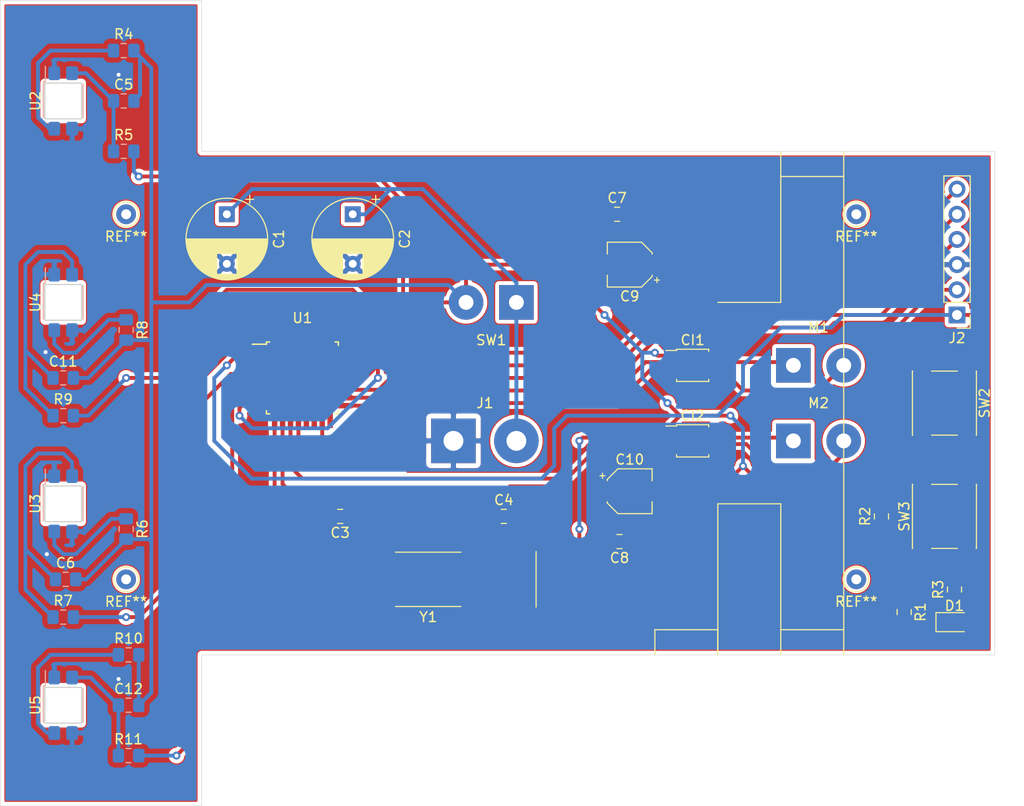
<source format=kicad_pcb>
(kicad_pcb (version 20171130) (host pcbnew "(5.1.2)-2")
  (layers (0 F.Cu signal) (31 B.Cu signal) (34 B.Paste user) (35 F.Paste user) (36 B.SilkS user) (37 F.SilkS user) (38 B.Mask user) (39 F.Mask user) (44 Edge.Cuts user))
  (net 0 "")
  (net 1 GND)
  (net 2 "Net-(C1-Pad1)")
  (net 3 "Net-(C3-Pad1)")
  (net 4 "Net-(C4-Pad2)")
  (net 5 +5V)
  (net 6 "Net-(C5-Pad2)")
  (net 7 "Net-(C6-Pad2)")
  (net 8 "Net-(C11-Pad2)")
  (net 9 "Net-(C12-Pad2)")
  (net 10 "Net-(CI1-Pad7)")
  (net 11 "Net-(CI1-Pad6)")
  (net 12 "Net-(CI1-Pad5)")
  (net 13 M1IN2)
  (net 14 M1IN1)
  (net 15 M2IN1)
  (net 16 M2IN2)
  (net 17 "Net-(CI2-Pad5)")
  (net 18 "Net-(CI2-Pad6)")
  (net 19 "Net-(CI2-Pad7)")
  (net 20 "Net-(D1-Pad1)")
  (net 21 RESET)
  (net 22 MOSI)
  (net 23 MISO)
  (net 24 SCK)
  (net 25 StartBtn)
  (net 26 "Net-(R4-Pad2)")
  (net 27 S1)
  (net 28 "Net-(R6-Pad2)")
  (net 29 S2)
  (net 30 "Net-(R8-Pad2)")
  (net 31 S3)
  (net 32 "Net-(R10-Pad2)")
  (net 33 S4)
  (net 34 "Net-(U1-Pad2)")
  (net 35 "Net-(U1-Pad3)")
  (net 36 "Net-(U1-Pad6)")
  (net 37 "Net-(U1-Pad13)")
  (net 38 "Net-(U1-Pad14)")
  (net 39 "Net-(U1-Pad16)")
  (net 40 "Net-(U1-Pad27)")
  (net 41 "Net-(U1-Pad28)")
  (module Connector_Pin:Pin_D1.0mm_L10.0mm (layer F.Cu) (at 129.54 113.03)
    (fp_text reference REF** (at 0 2.25) (layer F.SilkS))
    (fp_text value Pin_D1.0mm_L10.0mm)
    (pad 1 thru_hole circle (at 0 0) (size 2 2) (drill 1) (layers *.Cu *.Mask))
  )
  (module Connector_Pin:Pin_D1.0mm_L10.0mm (layer F.Cu) (at 129.54 76.2)
    (fp_text reference REF** (at 0 2.25) (layer F.SilkS))
    (fp_text value Pin_D1.0mm_L10.0mm)
    (pad 1 thru_hole circle (at 0 0) (size 2 2) (drill 1) (layers *.Cu *.Mask))
  )
  (module Connector_Pin:Pin_D1.0mm_L10.0mm (layer F.Cu) (at 55.88 76.2)
    (fp_text reference REF** (at 0 2.25) (layer F.SilkS))
    (fp_text value Pin_D1.0mm_L10.0mm)
    (pad 1 thru_hole circle (at 0 0) (size 2 2) (drill 1) (layers *.Cu *.Mask))
  )
  (module Connector_Pin:Pin_D1.0mm_L10.0mm (layer F.Cu) (at 55.88 113.03)
    (fp_text reference REF** (at 0 2.25) (layer F.SilkS))
    (fp_text value Pin_D1.0mm_L10.0mm)
    (pad 1 thru_hole circle (at 0 0) (size 2 2) (drill 1) (layers *.Cu *.Mask))
  )
  (module OptoDevice:Everlight_ITR8307 (layer B.Cu) (at 49.53 85.09)
    (fp_text reference U4 (at -2.8 0 90) (layer F.SilkS))
    (fp_text value ITR8307)
    (fp_line (start -1.85 -1.8) (end -1.85 1.8) (layer Edge.Cuts) (width 0.12))
    (fp_line (start -1.85 1.8) (end 1.85 1.8) (layer Edge.Cuts) (width 0.12))
    (fp_line (start 1.85 1.8) (end 1.85 -1.8) (layer Edge.Cuts) (width 0.12))
    (fp_line (start 1.85 -1.8) (end -1.85 -1.8) (layer Edge.Cuts) (width 0.12))
    (pad 4 smd roundrect (at 0.9 2.8) (size 1.2 1.4) (layers B.Cu B.Paste B.Mask) (roundrect_rratio 0.2) (net 1 GND))
    (pad 2 smd roundrect (at -0.9 2.8) (size 1.2 1.4) (layers B.Cu B.Paste B.Mask) (roundrect_rratio 0.2) (net 30 "Net-(R8-Pad2)"))
    (pad 1 smd roundrect (at -0.9 -2.8) (size 1.2 1.4) (layers B.Cu B.Paste B.Mask) (roundrect_rratio 0.2) (net 1 GND))
    (pad 3 smd roundrect (at 0.9 -2.8) (size 1.2 1.4) (layers B.Cu B.Paste B.Mask) (roundrect_rratio 0.2) (net 8 "Net-(C11-Pad2)"))
  )
  (module Capacitor_THT:CP_Radial_D8.0mm_P5.00mm (layer F.Cu) (at 66.04 76.2 270)
    (fp_text reference C1 (at 2.5 -5.25 90) (layer F.SilkS))
    (fp_text value CP)
    (pad 2 thru_hole circle (at 5 0 270) (size 1.6 1.6) (drill 0.8) (layers *.Cu *.Mask) (net 1 GND))
    (pad 1 thru_hole rect (at 0 0 270) (size 1.6 1.6) (drill 0.8) (layers *.Cu *.Mask) (net 2 "Net-(C1-Pad1)"))
  )
  (module Capacitor_THT:CP_Radial_D8.0mm_P5.00mm (layer F.Cu) (at 78.74 76.2 270)
    (fp_text reference C2 (at 2.5 -5.25 90) (layer F.SilkS))
    (fp_text value CP)
    (pad 1 thru_hole rect (at 0 0 270) (size 1.6 1.6) (drill 0.8) (layers *.Cu *.Mask) (net 2 "Net-(C1-Pad1)"))
    (pad 2 thru_hole circle (at 5 0 270) (size 1.6 1.6) (drill 0.8) (layers *.Cu *.Mask) (net 1 GND))
  )
  (module Capacitor_SMD:C_0805_2012Metric_Pad1.15x1.40mm_HandSolder (layer F.Cu) (at 77.47 106.68 180)
    (fp_text reference C3 (at 0 -1.65) (layer F.SilkS))
    (fp_text value C)
    (pad 2 smd roundrect (at 1.025 0 180) (size 1.15 1.4) (layers F.Cu F.Paste F.Mask) (roundrect_rratio 0.217) (net 1 GND))
    (pad 1 smd roundrect (at -1.025 0 180) (size 1.15 1.4) (layers F.Cu F.Paste F.Mask) (roundrect_rratio 0.217391) (net 3 "Net-(C3-Pad1)"))
  )
  (module Capacitor_SMD:C_0805_2012Metric_Pad1.15x1.40mm_HandSolder (layer F.Cu) (at 93.98 106.68)
    (fp_text reference C4 (at 0 -1.65) (layer F.SilkS))
    (fp_text value C)
    (pad 2 smd roundrect (at 1.025 0) (size 1.15 1.4) (layers F.Cu F.Paste F.Mask) (roundrect_rratio 0.217391) (net 4 "Net-(C4-Pad2)"))
    (pad 1 smd roundrect (at -1.025 0) (size 1.15 1.4) (layers F.Cu F.Paste F.Mask) (roundrect_rratio 0.217391) (net 1 GND))
  )
  (module Capacitor_SMD:C_0805_2012Metric_Pad1.15x1.40mm_HandSolder (layer B.Cu) (at 55.635 64.77 180)
    (fp_text reference C5 (at 0 1.65) (layer F.SilkS))
    (fp_text value C)
    (pad 1 smd roundrect (at -1.025 0 180) (size 1.15 1.4) (layers B.Cu B.Paste B.Mask) (roundrect_rratio 0.217391) (net 5 +5V))
    (pad 2 smd roundrect (at 1.025 0 180) (size 1.15 1.4) (layers B.Cu B.Paste B.Mask) (roundrect_rratio 0.217391) (net 6 "Net-(C5-Pad2)"))
  )
  (module Capacitor_SMD:C_0805_2012Metric_Pad1.15x1.40mm_HandSolder (layer B.Cu) (at 49.775 113.03 180)
    (fp_text reference C6 (at 0 1.65) (layer F.SilkS))
    (fp_text value C)
    (pad 1 smd roundrect (at -1.025 0 180) (size 1.15 1.4) (layers B.Cu B.Paste B.Mask) (roundrect_rratio 0.217391) (net 5 +5V))
    (pad 2 smd roundrect (at 1.025 0 180) (size 1.15 1.4) (layers B.Cu B.Paste B.Mask) (roundrect_rratio 0.217391) (net 7 "Net-(C6-Pad2)"))
  )
  (module Capacitor_SMD:C_0805_2012Metric_Pad1.15x1.40mm_HandSolder (layer F.Cu) (at 105.41 76.2)
    (fp_text reference C7 (at 0 -1.65) (layer F.SilkS))
    (fp_text value C)
    (pad 2 smd roundrect (at 1.025 0) (size 1.15 1.4) (layers F.Cu F.Paste F.Mask) (roundrect_rratio 0.217391) (net 5 +5V))
    (pad 1 smd roundrect (at -1.025 0) (size 1.15 1.4) (layers F.Cu F.Paste F.Mask) (roundrect_rratio 0.217391) (net 1 GND))
  )
  (module Capacitor_SMD:C_0805_2012Metric_Pad1.15x1.40mm_HandSolder (layer F.Cu) (at 105.655 109.22 180)
    (fp_text reference C8 (at 0 -1.65) (layer F.SilkS))
    (fp_text value C)
    (pad 1 smd roundrect (at -1.025 0 180) (size 1.15 1.4) (layers F.Cu F.Paste F.Mask) (roundrect_rratio 0.217391) (net 1 GND))
    (pad 2 smd roundrect (at 1.025 0 180) (size 1.15 1.4) (layers F.Cu F.Paste F.Mask) (roundrect_rratio 0.217391) (net 5 +5V))
  )
  (module Capacitor_SMD:CP_Elec_4x5.3 (layer F.Cu) (at 106.68 81.28 180)
    (fp_text reference C9 (at 0 -3.2) (layer F.SilkS))
    (fp_text value CP)
    (pad 1 smd roundrect (at -1.8 0 180) (size 2.6 1.6) (layers F.Cu F.Paste F.Mask) (roundrect_rratio 0.15625) (net 5 +5V))
    (pad 2 smd roundrect (at 1.8 0 180) (size 2.6 1.6) (layers F.Cu F.Paste F.Mask) (roundrect_rratio 0.15625) (net 1 GND))
  )
  (module Capacitor_SMD:CP_Elec_4x5.3 (layer F.Cu) (at 106.68 104.14)
    (fp_text reference C10 (at 0 -3.2) (layer F.SilkS))
    (fp_text value CP)
    (pad 2 smd roundrect (at 1.8 0) (size 2.6 1.6) (layers F.Cu F.Paste F.Mask) (roundrect_rratio 0.15625) (net 1 GND))
    (pad 1 smd roundrect (at -1.8 0) (size 2.6 1.6) (layers F.Cu F.Paste F.Mask) (roundrect_rratio 0.15625) (net 5 +5V))
  )
  (module Capacitor_SMD:C_0805_2012Metric_Pad1.15x1.40mm_HandSolder (layer B.Cu) (at 49.53 92.71 180)
    (fp_text reference C11 (at 0 1.65) (layer F.SilkS))
    (fp_text value C)
    (pad 2 smd roundrect (at 1.025 0 180) (size 1.15 1.4) (layers B.Cu B.Paste B.Mask) (roundrect_rratio 0.217391) (net 8 "Net-(C11-Pad2)"))
    (pad 1 smd roundrect (at -1.025 0 180) (size 1.15 1.4) (layers B.Cu B.Paste B.Mask) (roundrect_rratio 0.217391) (net 5 +5V))
  )
  (module Capacitor_SMD:C_0805_2012Metric_Pad1.15x1.40mm_HandSolder (layer B.Cu) (at 56.125 125.73 180)
    (fp_text reference C12 (at 0 1.65) (layer F.SilkS))
    (fp_text value C)
    (pad 1 smd roundrect (at -1.025 0 180) (size 1.15 1.4) (layers B.Cu B.Paste B.Mask) (roundrect_rratio 0.217391) (net 5 +5V))
    (pad 2 smd roundrect (at 1.025 0 180) (size 1.15 1.4) (layers B.Cu B.Paste B.Mask) (roundrect_rratio 0.217391) (net 9 "Net-(C12-Pad2)"))
  )
  (module Package_SO:OnSemi_Micro8 (layer F.Cu) (at 113.03 91.44)
    (fp_text reference CI1 (at 0 -2.55) (layer F.SilkS))
    (fp_text value LB1938FA-BH)
    (pad 8 smd rect (at 2.225 -0.975) (size 0.8 0.48) (layers F.Cu F.Paste F.Mask) (net 1 GND))
    (pad 7 smd rect (at 2.225 -0.325) (size 0.8 0.48) (layers F.Cu F.Paste F.Mask) (net 10 "Net-(CI1-Pad7)"))
    (pad 6 smd rect (at 2.225 0.325) (size 0.8 0.48) (layers F.Cu F.Paste F.Mask) (net 11 "Net-(CI1-Pad6)"))
    (pad 5 smd rect (at 2.225 0.975) (size 0.8 0.48) (layers F.Cu F.Paste F.Mask) (net 12 "Net-(CI1-Pad5)"))
    (pad 4 smd rect (at -2.225 0.975) (size 0.8 0.48) (layers F.Cu F.Paste F.Mask) (net 1 GND))
    (pad 3 smd rect (at -2.225 0.325) (size 0.8 0.48) (layers F.Cu F.Paste F.Mask) (net 13 M1IN2))
    (pad 2 smd rect (at -2.225 -0.325) (size 0.8 0.48) (layers F.Cu F.Paste F.Mask) (net 14 M1IN1))
    (pad 1 smd rect (at -2.225 -0.975) (size 0.8 0.48) (layers F.Cu F.Paste F.Mask) (net 5 +5V))
  )
  (module Package_SO:OnSemi_Micro8 (layer F.Cu) (at 113.03 99.06)
    (fp_text reference CI2 (at 0 -2.55) (layer F.SilkS))
    (fp_text value LB1938FA-BH)
    (pad 8 smd rect (at 2.225 -0.975) (size 0.8 0.48) (layers F.Cu F.Paste F.Mask) (net 1 GND))
    (pad 7 smd rect (at 2.225 -0.325) (size 0.8 0.48) (layers F.Cu F.Paste F.Mask) (net 19 "Net-(CI2-Pad7)"))
    (pad 6 smd rect (at 2.225 0.325) (size 0.8 0.48) (layers F.Cu F.Paste F.Mask) (net 18 "Net-(CI2-Pad6)"))
    (pad 5 smd rect (at 2.225 0.975) (size 0.8 0.48) (layers F.Cu F.Paste F.Mask) (net 17 "Net-(CI2-Pad5)"))
    (pad 4 smd rect (at -2.225 0.975) (size 0.8 0.48) (layers F.Cu F.Paste F.Mask) (net 1 GND))
    (pad 3 smd rect (at -2.225 0.325) (size 0.8 0.48) (layers F.Cu F.Paste F.Mask) (net 16 M2IN2))
    (pad 2 smd rect (at -2.225 -0.325) (size 0.8 0.48) (layers F.Cu F.Paste F.Mask) (net 15 M2IN1))
    (pad 1 smd rect (at -2.225 -0.975) (size 0.8 0.48) (layers F.Cu F.Paste F.Mask) (net 5 +5V))
  )
  (module LED_SMD:LED_0805_2012Metric_Pad1.15x1.40mm_HandSolder (layer F.Cu) (at 139.437 117.348)
    (fp_text reference D1 (at 0 -1.65) (layer F.SilkS))
    (fp_text value LED)
    (pad 2 smd roundrect (at 1.025 0) (size 1.15 1.4) (layers F.Cu F.Paste F.Mask) (roundrect_rratio 0.217391) (net 5 +5V))
    (pad 1 smd roundrect (at -1.025 0) (size 1.15 1.4) (layers F.Cu F.Paste F.Mask) (roundrect_rratio 0.217391) (net 20 "Net-(D1-Pad1)"))
  )
  (module Connector_Wire:SolderWirePad_1x02_P7.62mm_Drill2mm (layer F.Cu) (at 88.9 99.06)
    (fp_text reference J1 (at 3.175 -3.81) (layer F.SilkS))
    (fp_text value Conn_01x02)
    (pad 1 thru_hole rect (at 0 0) (size 4.50088 4.50088) (drill 1.99898) (layers *.Cu *.Mask) (net 1 GND))
    (pad 2 thru_hole circle (at 6.35 0) (size 4.50088 4.50088) (drill 1.99898) (layers *.Cu *.Mask) (net 2 "Net-(C1-Pad1)"))
  )
  (module Connector_PinHeader_2.54mm:PinHeader_1x06_P2.54mm_Vertical (layer F.Cu) (at 139.7 86.36 180)
    (fp_text reference J2 (at 0 -2.33) (layer F.SilkS))
    (fp_text value Conn_01x06_Male)
    (pad 1 thru_hole rect (at 0 0 180) (size 1.7 1.7) (drill 1) (layers *.Cu *.Mask) (net 21 RESET))
    (pad 2 thru_hole oval (at 0 2.54 180) (size 1.7 1.7) (drill 1) (layers *.Cu *.Mask) (net 5 +5V))
    (pad 3 thru_hole oval (at 0 5.08 180) (size 1.7 1.7) (drill 1) (layers *.Cu *.Mask) (net 1 GND))
    (pad 4 thru_hole oval (at 0 7.62 180) (size 1.7 1.7) (drill 1) (layers *.Cu *.Mask) (net 22 MOSI))
    (pad 5 thru_hole oval (at 0 10.16 180) (size 1.7 1.7) (drill 1) (layers *.Cu *.Mask) (net 23 MISO))
    (pad 6 thru_hole oval (at 0 12.7 180) (size 1.7 1.7) (drill 1) (layers *.Cu *.Mask) (net 24 SCK))
  )
  (module Connector_Wire:SolderWirePad_1x02_P5.08mm_Drill1.5mm (layer F.Cu) (at 123.19 91.44)
    (fp_text reference M1 (at 2.54 -3.81) (layer F.SilkS))
    (fp_text value Motor_DC)
    (pad 1 thru_hole rect (at 0 0) (size 3.50012 3.50012) (drill 1.50114) (layers *.Cu *.Mask) (net 10 "Net-(CI1-Pad7)"))
    (pad 2 thru_hole circle (at 5.08 0) (size 3.50012 3.50012) (drill 1.50114) (layers *.Cu *.Mask) (net 11 "Net-(CI1-Pad6)"))
  )
  (module Connector_Wire:SolderWirePad_1x02_P5.08mm_Drill1.5mm (layer F.Cu) (at 123.19 99.06)
    (fp_text reference M2 (at 2.54 -3.81) (layer F.SilkS))
    (fp_text value Motor_DC)
    (pad 2 thru_hole circle (at 5.08 0) (size 3.50012 3.50012) (drill 1.50114) (layers *.Cu *.Mask) (net 18 "Net-(CI2-Pad6)"))
    (pad 1 thru_hole rect (at 0 0) (size 3.50012 3.50012) (drill 1.50114) (layers *.Cu *.Mask) (net 19 "Net-(CI2-Pad7)"))
  )
  (module Resistor_SMD:R_0805_2012Metric_Pad1.15x1.40mm_HandSolder (layer F.Cu) (at 134.366 116.332 270)
    (fp_text reference R1 (at 0 -1.65 90) (layer F.SilkS))
    (fp_text value 1K)
    (pad 2 smd roundrect (at 1.025 0 270) (size 1.15 1.4) (layers F.Cu F.Paste F.Mask) (roundrect_rratio 0.217391) (net 20 "Net-(D1-Pad1)"))
    (pad 1 smd roundrect (at -1.025 0 270) (size 1.15 1.4) (layers F.Cu F.Paste F.Mask) (roundrect_rratio 0.217391) (net 1 GND))
  )
  (module Resistor_SMD:R_0805_2012Metric_Pad1.15x1.40mm_HandSolder (layer F.Cu) (at 132.08 106.68 90)
    (fp_text reference R2 (at 0 -1.65 90) (layer F.SilkS))
    (fp_text value 10K)
    (pad 1 smd roundrect (at -1.025 0 90) (size 1.15 1.4) (layers F.Cu F.Paste F.Mask) (roundrect_rratio 0.217391) (net 5 +5V))
    (pad 2 smd roundrect (at 1.025 0 90) (size 1.15 1.4) (layers F.Cu F.Paste F.Mask) (roundrect_rratio 0.217391) (net 21 RESET))
  )
  (module Resistor_SMD:R_0805_2012Metric_Pad1.15x1.40mm_HandSolder (layer F.Cu) (at 139.446 114.055 90)
    (fp_text reference R3 (at 0 -1.65 90) (layer F.SilkS))
    (fp_text value 10K)
    (pad 1 smd roundrect (at -1.025 0 90) (size 1.15 1.4) (layers F.Cu F.Paste F.Mask) (roundrect_rratio 0.217391) (net 5 +5V))
    (pad 2 smd roundrect (at 1.025 0 90) (size 1.15 1.4) (layers F.Cu F.Paste F.Mask) (roundrect_rratio 0.217391) (net 25 StartBtn))
  )
  (module Resistor_SMD:R_0805_2012Metric_Pad1.15x1.40mm_HandSolder (layer B.Cu) (at 55.635 59.69 180)
    (fp_text reference R4 (at 0 1.65) (layer F.SilkS))
    (fp_text value 220)
    (pad 2 smd roundrect (at 1.025 0 180) (size 1.15 1.4) (layers B.Cu B.Paste B.Mask) (roundrect_rratio 0.217391) (net 26 "Net-(R4-Pad2)"))
    (pad 1 smd roundrect (at -1.025 0 180) (size 1.15 1.4) (layers B.Cu B.Paste B.Mask) (roundrect_rratio 0.217391) (net 5 +5V))
  )
  (module Resistor_SMD:R_0805_2012Metric_Pad1.15x1.40mm_HandSolder (layer B.Cu) (at 55.635 69.85 180)
    (fp_text reference R5 (at 0 1.65 180) (layer F.SilkS))
    (fp_text value 220)
    (pad 1 smd roundrect (at -1.025 0 180) (size 1.15 1.4) (layers B.Cu B.Paste B.Mask) (roundrect_rratio 0.217391) (net 27 S1))
    (pad 2 smd roundrect (at 1.025 0 180) (size 1.15 1.4) (layers B.Cu B.Paste B.Mask) (roundrect_rratio 0.217391) (net 6 "Net-(C5-Pad2)"))
  )
  (module Resistor_SMD:R_0805_2012Metric_Pad1.15x1.40mm_HandSolder (layer B.Cu) (at 55.88 107.95 90)
    (fp_text reference R6 (at 0 1.65 90) (layer F.SilkS))
    (fp_text value 220)
    (pad 2 smd roundrect (at 1.025 0 90) (size 1.15 1.4) (layers B.Cu B.Paste B.Mask) (roundrect_rratio 0.217391) (net 28 "Net-(R6-Pad2)"))
    (pad 1 smd roundrect (at -1.025 0 90) (size 1.15 1.4) (layers B.Cu B.Paste B.Mask) (roundrect_rratio 0.217) (net 5 +5V))
  )
  (module Resistor_SMD:R_0805_2012Metric_Pad1.15x1.40mm_HandSolder (layer B.Cu) (at 49.53 116.84 180)
    (fp_text reference R7 (at 0 1.65) (layer F.SilkS))
    (fp_text value 220)
    (pad 1 smd roundrect (at -1.025 0 180) (size 1.15 1.4) (layers B.Cu B.Paste B.Mask) (roundrect_rratio 0.217391) (net 29 S2))
    (pad 2 smd roundrect (at 1.025 0 180) (size 1.15 1.4) (layers B.Cu B.Paste B.Mask) (roundrect_rratio 0.217391) (net 7 "Net-(C6-Pad2)"))
  )
  (module Resistor_SMD:R_0805_2012Metric_Pad1.15x1.40mm_HandSolder (layer B.Cu) (at 55.88 87.875 90)
    (fp_text reference R8 (at 0 1.65 90) (layer F.SilkS))
    (fp_text value 220)
    (pad 2 smd roundrect (at 1.025 0 90) (size 1.15 1.4) (layers B.Cu B.Paste B.Mask) (roundrect_rratio 0.217391) (net 30 "Net-(R8-Pad2)"))
    (pad 1 smd roundrect (at -1.025 0 90) (size 1.15 1.4) (layers B.Cu B.Paste B.Mask) (roundrect_rratio 0.217391) (net 5 +5V))
  )
  (module Resistor_SMD:R_0805_2012Metric_Pad1.15x1.40mm_HandSolder (layer B.Cu) (at 49.53 96.52 180)
    (fp_text reference R9 (at 0 1.65) (layer F.SilkS))
    (fp_text value 220)
    (pad 1 smd roundrect (at -1.025 0 180) (size 1.15 1.4) (layers B.Cu B.Paste B.Mask) (roundrect_rratio 0.217391) (net 31 S3))
    (pad 2 smd roundrect (at 1.025 0 180) (size 1.15 1.4) (layers B.Cu B.Paste B.Mask) (roundrect_rratio 0.217391) (net 8 "Net-(C11-Pad2)"))
  )
  (module Resistor_SMD:R_0805_2012Metric_Pad1.15x1.40mm_HandSolder (layer B.Cu) (at 56.125 120.65 180)
    (fp_text reference R10 (at 0 1.65) (layer F.SilkS))
    (fp_text value 220)
    (pad 2 smd roundrect (at 1.025 0 180) (size 1.15 1.4) (layers B.Cu B.Paste B.Mask) (roundrect_rratio 0.217391) (net 32 "Net-(R10-Pad2)"))
    (pad 1 smd roundrect (at -1.025 0 180) (size 1.15 1.4) (layers B.Cu B.Paste B.Mask) (roundrect_rratio 0.217391) (net 5 +5V))
  )
  (module Resistor_SMD:R_0805_2012Metric_Pad1.15x1.40mm_HandSolder (layer B.Cu) (at 56.125 130.81 180)
    (fp_text reference R11 (at 0 1.65) (layer F.SilkS))
    (fp_text value 220)
    (pad 1 smd roundrect (at -1.025 0 180) (size 1.15 1.4) (layers B.Cu B.Paste B.Mask) (roundrect_rratio 0.217391) (net 33 S4))
    (pad 2 smd roundrect (at 1.025 0 180) (size 1.15 1.4) (layers B.Cu B.Paste B.Mask) (roundrect_rratio 0.217391) (net 9 "Net-(C12-Pad2)"))
  )
  (module Connector_Wire:SolderWirePad_1x02_P5.08mm_Drill1.5mm (layer F.Cu) (at 95.25 85.09 180)
    (fp_text reference SW1 (at 2.54 -3.81) (layer F.SilkS))
    (fp_text value SW_DIP_x01)
    (pad 1 thru_hole rect (at 0 0 180) (size 3.50012 3.50012) (drill 1.50114) (layers *.Cu *.Mask) (net 2 "Net-(C1-Pad1)"))
    (pad 2 thru_hole circle (at 5.08 0 180) (size 3.50012 3.50012) (drill 1.50114) (layers *.Cu *.Mask) (net 5 +5V))
  )
  (module Button_Switch_SMD:SW_Push_1P1T_NO_6x6mm_H9.5mm (layer F.Cu) (at 138.43 95.25 270)
    (fp_text reference SW2 (at 0 -4.05 90) (layer F.SilkS))
    (fp_text value SW_Push)
    (pad 2 smd rect (at -3.975 2.25 270) (size 1.55 1.3) (layers F.Cu F.Paste F.Mask) (net 1 GND))
    (pad 1 smd rect (at -3.975 -2.25 270) (size 1.55 1.3) (layers F.Cu F.Paste F.Mask) (net 21 RESET))
    (pad 1 smd rect (at 3.975 -2.25 270) (size 1.55 1.3) (layers F.Cu F.Paste F.Mask) (net 21 RESET))
    (pad 2 smd rect (at 3.975 2.25 270) (size 1.55 1.3) (layers F.Cu F.Paste F.Mask) (net 1 GND))
  )
  (module Button_Switch_SMD:SW_Push_1P1T_NO_6x6mm_H9.5mm (layer F.Cu) (at 138.43 106.68 90)
    (fp_text reference SW3 (at 0 -4.05 90) (layer F.SilkS))
    (fp_text value SW_Push)
    (pad 2 smd rect (at 3.975 2.25 90) (size 1.55 1.3) (layers F.Cu F.Paste F.Mask) (net 1 GND))
    (pad 1 smd rect (at 3.975 -2.25 90) (size 1.55 1.3) (layers F.Cu F.Paste F.Mask) (net 25 StartBtn))
    (pad 1 smd rect (at -3.975 -2.25 90) (size 1.55 1.3) (layers F.Cu F.Paste F.Mask) (net 25 StartBtn))
    (pad 2 smd rect (at -3.975 2.25 90) (size 1.55 1.3) (layers F.Cu F.Paste F.Mask) (net 1 GND))
  )
  (module Package_QFP:TQFP-32_7x7mm_P0.8mm (layer F.Cu) (at 73.66 92.71)
    (fp_text reference U1 (at 0 -6.05) (layer F.SilkS))
    (fp_text value ATmega328-PU)
    (pad 1 smd rect (at -4.25 -2.8) (size 1.6 0.55) (layers F.Cu F.Paste F.Mask) (net 21 RESET))
    (pad 2 smd rect (at -4.25 -2) (size 1.6 0.55) (layers F.Cu F.Paste F.Mask) (net 34 "Net-(U1-Pad2)"))
    (pad 3 smd rect (at -4.25 -1.2) (size 1.6 0.55) (layers F.Cu F.Paste F.Mask) (net 35 "Net-(U1-Pad3)"))
    (pad 4 smd rect (at -4.25 -0.4) (size 1.6 0.55) (layers F.Cu F.Paste F.Mask) (net 25 StartBtn))
    (pad 5 smd rect (at -4.25 0.4) (size 1.6 0.55) (layers F.Cu F.Paste F.Mask) (net 15 M2IN1))
    (pad 6 smd rect (at -4.25 1.2) (size 1.6 0.55) (layers F.Cu F.Paste F.Mask) (net 36 "Net-(U1-Pad6)"))
    (pad 7 smd rect (at -4.25 2) (size 1.6 0.55) (layers F.Cu F.Paste F.Mask) (net 5 +5V))
    (pad 8 smd rect (at -4.25 2.8) (size 1.6 0.55) (layers F.Cu F.Paste F.Mask) (net 1 GND))
    (pad 9 smd rect (at -2.8 4.25 90) (size 1.6 0.55) (layers F.Cu F.Paste F.Mask) (net 3 "Net-(C3-Pad1)"))
    (pad 10 smd rect (at -2 4.25 90) (size 1.6 0.55) (layers F.Cu F.Paste F.Mask) (net 4 "Net-(C4-Pad2)"))
    (pad 11 smd rect (at -1.2 4.25 90) (size 1.6 0.55) (layers F.Cu F.Paste F.Mask) (net 16 M2IN2))
    (pad 12 smd rect (at -0.4 4.25 90) (size 1.6 0.55) (layers F.Cu F.Paste F.Mask) (net 13 M1IN2))
    (pad 13 smd rect (at 0.4 4.25 90) (size 1.6 0.55) (layers F.Cu F.Paste F.Mask) (net 37 "Net-(U1-Pad13)"))
    (pad 14 smd rect (at 1.2 4.25 90) (size 1.6 0.55) (layers F.Cu F.Paste F.Mask) (net 38 "Net-(U1-Pad14)"))
    (pad 15 smd rect (at 2 4.25 90) (size 1.6 0.55) (layers F.Cu F.Paste F.Mask) (net 14 M1IN1))
    (pad 16 smd rect (at 2.8 4.25 90) (size 1.6 0.55) (layers F.Cu F.Paste F.Mask) (net 39 "Net-(U1-Pad16)"))
    (pad 17 smd rect (at 4.25 2.8) (size 1.6 0.55) (layers F.Cu F.Paste F.Mask) (net 22 MOSI))
    (pad 18 smd rect (at 4.25 2) (size 1.6 0.55) (layers F.Cu F.Paste F.Mask) (net 23 MISO))
    (pad 19 smd rect (at 4.25 1.2) (size 1.6 0.55) (layers F.Cu F.Paste F.Mask) (net 24 SCK))
    (pad 20 smd rect (at 4.25 0.4) (size 1.6 0.55) (layers F.Cu F.Paste F.Mask) (net 5 +5V))
    (pad 21 smd rect (at 4.25 -0.4) (size 1.6 0.55) (layers F.Cu F.Paste F.Mask) (net 5 +5V))
    (pad 22 smd rect (at 4.25 -1.2) (size 1.6 0.55) (layers F.Cu F.Paste F.Mask) (net 1 GND))
    (pad 23 smd rect (at 4.25 -2) (size 1.6 0.55) (layers F.Cu F.Paste F.Mask) (net 27 S1))
    (pad 24 smd rect (at 4.25 -2.8) (size 1.6 0.55) (layers F.Cu F.Paste F.Mask) (net 31 S3))
    (pad 25 smd rect (at 2.8 -4.25 90) (size 1.6 0.55) (layers F.Cu F.Paste F.Mask) (net 29 S2))
    (pad 26 smd rect (at 2 -4.25 90) (size 1.6 0.55) (layers F.Cu F.Paste F.Mask) (net 33 S4))
    (pad 27 smd rect (at 1.2 -4.25 90) (size 1.6 0.55) (layers F.Cu F.Paste F.Mask) (net 40 "Net-(U1-Pad27)"))
    (pad 28 smd rect (at 0.4 -4.25 90) (size 1.6 0.55) (layers F.Cu F.Paste F.Mask) (net 41 "Net-(U1-Pad28)"))
    (pad 29 smd rect (at -0.4 -4.25 90) (size 1.6 0.55) (layers F.Cu F.Paste F.Mask))
    (pad 30 smd rect (at -1.2 -4.25 90) (size 1.6 0.55) (layers F.Cu F.Paste F.Mask))
    (pad 31 smd rect (at -2 -4.25 90) (size 1.6 0.55) (layers F.Cu F.Paste F.Mask))
    (pad 32 smd rect (at -2.8 -4.25 90) (size 1.6 0.55) (layers F.Cu F.Paste F.Mask))
  )
  (module OptoDevice:Everlight_ITR8307 (layer B.Cu) (at 49.53 64.77)
    (fp_text reference U2 (at -2.8 0 90) (layer F.SilkS))
    (fp_text value ITR8307)
    (fp_line (start -1.85 -1.8) (end -1.85 1.8) (layer Edge.Cuts) (width 0.12))
    (fp_line (start -1.85 1.8) (end 1.85 1.8) (layer Edge.Cuts) (width 0.12))
    (fp_line (start 1.85 1.8) (end 1.85 -1.8) (layer Edge.Cuts) (width 0.12))
    (fp_line (start 1.85 -1.8) (end -1.85 -1.8) (layer Edge.Cuts) (width 0.12))
    (pad 4 smd roundrect (at 0.9 2.8) (size 1.2 1.4) (layers B.Cu B.Paste B.Mask) (roundrect_rratio 0.2) (net 1 GND))
    (pad 2 smd roundrect (at -0.9 2.8) (size 1.2 1.4) (layers B.Cu B.Paste B.Mask) (roundrect_rratio 0.2) (net 26 "Net-(R4-Pad2)"))
    (pad 1 smd roundrect (at -0.9 -2.8) (size 1.2 1.4) (layers B.Cu B.Paste B.Mask) (roundrect_rratio 0.2) (net 1 GND))
    (pad 3 smd roundrect (at 0.9 -2.8) (size 1.2 1.4) (layers B.Cu B.Paste B.Mask) (roundrect_rratio 0.2) (net 6 "Net-(C5-Pad2)"))
  )
  (module OptoDevice:Everlight_ITR8307 (layer B.Cu) (at 49.53 105.41)
    (fp_text reference U3 (at -2.8 0 90) (layer F.SilkS))
    (fp_text value ITR8307)
    (fp_line (start -1.85 -1.8) (end -1.85 1.8) (layer Edge.Cuts) (width 0.12))
    (fp_line (start -1.85 1.8) (end 1.85 1.8) (layer Edge.Cuts) (width 0.12))
    (fp_line (start 1.85 1.8) (end 1.85 -1.8) (layer Edge.Cuts) (width 0.12))
    (fp_line (start 1.85 -1.8) (end -1.85 -1.8) (layer Edge.Cuts) (width 0.12))
    (pad 4 smd roundrect (at 0.9 2.8) (size 1.2 1.4) (layers B.Cu B.Paste B.Mask) (roundrect_rratio 0.2) (net 1 GND))
    (pad 2 smd roundrect (at -0.9 2.8) (size 1.2 1.4) (layers B.Cu B.Paste B.Mask) (roundrect_rratio 0.2) (net 28 "Net-(R6-Pad2)"))
    (pad 1 smd roundrect (at -0.9 -2.8) (size 1.2 1.4) (layers B.Cu B.Paste B.Mask) (roundrect_rratio 0.2) (net 1 GND))
    (pad 3 smd roundrect (at 0.9 -2.8) (size 1.2 1.4) (layers B.Cu B.Paste B.Mask) (roundrect_rratio 0.2) (net 7 "Net-(C6-Pad2)"))
  )
  (module OptoDevice:Everlight_ITR8307 (layer B.Cu) (at 49.53 125.73)
    (fp_text reference U5 (at -2.8 0 90) (layer F.SilkS))
    (fp_text value ITR8307)
    (fp_line (start -1.85 -1.8) (end -1.85 1.8) (layer Edge.Cuts) (width 0.12))
    (fp_line (start -1.85 1.8) (end 1.85 1.8) (layer Edge.Cuts) (width 0.12))
    (fp_line (start 1.85 1.8) (end 1.85 -1.8) (layer Edge.Cuts) (width 0.12))
    (fp_line (start 1.85 -1.8) (end -1.85 -1.8) (layer Edge.Cuts) (width 0.12))
    (pad 4 smd roundrect (at 0.9 2.8) (size 1.2 1.4) (layers B.Cu B.Paste B.Mask) (roundrect_rratio 0.2) (net 1 GND))
    (pad 2 smd roundrect (at -0.9 2.8) (size 1.2 1.4) (layers B.Cu B.Paste B.Mask) (roundrect_rratio 0.2) (net 32 "Net-(R10-Pad2)"))
    (pad 1 smd roundrect (at -0.9 -2.8) (size 1.2 1.4) (layers B.Cu B.Paste B.Mask) (roundrect_rratio 0.2) (net 1 GND))
    (pad 3 smd roundrect (at 0.9 -2.8) (size 1.2 1.4) (layers B.Cu B.Paste B.Mask) (roundrect_rratio 0.2) (net 9 "Net-(C12-Pad2)"))
  )
  (module Crystal:Crystal_SMD_SeikoEpson_MA505-2Pin_12.7x5.1mm_HandSoldering (layer F.Cu) (at 86.36 113.03 180)
    (fp_text reference Y1 (at 0 -3.8) (layer F.SilkS))
    (fp_text value Crystal)
    (pad 1 smd rect (at -7.0875 0 180) (size 7.175 5.6) (layers F.Cu F.Paste F.Mask) (net 4 "Net-(C4-Pad2)"))
    (pad 2 smd rect (at 7.0875 0 180) (size 7.175 5.6) (layers F.Cu F.Paste F.Mask) (net 3 "Net-(C3-Pad1)"))
  )
  (gr_line (start 109.22 118.11) (end 109.22 120.65) (layer F.SilkS) (width 0.12))
  (gr_line (start 115.57 118.11) (end 109.22 118.11) (layer F.SilkS) (width 0.12))
  (gr_line (start 115.57 120.65) (end 115.57 118.11) (layer F.SilkS) (width 0.12))
  (gr_line (start 115.57 105.41) (end 115.57 120.65) (layer F.SilkS) (width 0.12))
  (gr_line (start 128.27 120.65) (end 128.27 69.85) (layer F.SilkS) (width 0.12))
  (gr_line (start 43.18 135.89) (end 43.18 54.61) (layer Edge.Cuts) (width 0.05))
  (gr_line (start 63.5 135.89) (end 43.18 135.89) (layer Edge.Cuts) (width 0.05))
  (gr_line (start 63.5 120.65) (end 63.5 135.89) (layer Edge.Cuts) (width 0.05))
  (gr_line (start 143.51 120.65) (end 63.5 120.65) (layer Edge.Cuts) (width 0.05))
  (gr_line (start 143.51 69.85) (end 143.51 120.65) (layer Edge.Cuts) (width 0.05))
  (gr_line (start 63.5 69.85) (end 143.51 69.85) (layer Edge.Cuts) (width 0.05))
  (gr_line (start 63.5 54.61) (end 63.5 69.85) (layer Edge.Cuts) (width 0.05))
  (gr_line (start 43.18 54.61) (end 63.5 54.61) (layer Edge.Cuts) (width 0.05))
  (gr_line (start 121.92 85.09) (end 115.57 85.09) (layer F.SilkS) (width 0.12))
  (gr_line (start 121.92 105.41) (end 115.57 105.41) (layer F.SilkS) (width 0.12))
  (gr_line (start 121.92 85.09) (end 121.92 69.85) (layer F.SilkS) (width 0.12))
  (gr_line (start 121.92 120.65) (end 121.92 105.41) (layer F.SilkS) (width 0.12))
  (gr_line (start 128.27 118.11) (end 121.92 118.11) (layer F.SilkS) (width 0.12))
  (gr_line (start 128.27 72.39) (end 121.92 72.39) (layer F.SilkS) (width 0.12))
  (via (at 55.118 123.0884) (size 0.8) (drill 0.4) (layers F.Cu B.Cu) (net 1))
  (via (at 55.118 62.1284) (size 0.8) (drill 0.4) (layers F.Cu B.Cu) (net 1))
  (via (at 47.752 90.1065) (size 0.8) (drill 0.4) (layers F.Cu B.Cu) (net 1))
  (via (at 47.879 110.49) (size 0.8) (drill 0.4) (layers F.Cu B.Cu) (net 1))
  (segment (start 95.25 99.06) (end 95.25 85.09) (width 0.39) (layer B.Cu) (net 2))
  (segment (start 95.25 85.09) (end 95.25 83.08994) (width 0.39) (layer B.Cu) (net 2))
  (segment (start 83.28 73.66) (end 68.58 73.66) (width 0.39) (layer B.Cu) (net 2))
  (segment (start 68.58 73.66) (end 66.04 76.2) (width 0.39) (layer B.Cu) (net 2))
  (segment (start 80.01 76.2) (end 78.74 76.2) (width 0.39) (layer B.Cu) (net 2))
  (segment (start 85.82006 73.66) (end 82.55 73.66) (width 0.39) (layer B.Cu) (net 2))
  (segment (start 82.55 73.66) (end 80.01 76.2) (width 0.39) (layer B.Cu) (net 2))
  (segment (start 95.25 83.08994) (end 85.82006 73.66) (width 0.39) (layer B.Cu) (net 2))
  (segment (start 70.86 101.82) (end 70.86 100.77) (width 0.39) (layer F.Cu) (net 3))
  (segment (start 70.86 98.05) (end 70.86 96.96) (width 0.39) (layer F.Cu) (net 3))
  (segment (start 70.86 100.77) (end 70.86 98.05) (width 0.39) (layer F.Cu) (net 3))
  (segment (start 70.86 103.88) (end 70.86 100.77) (width 0.39) (layer F.Cu) (net 3))
  (segment (start 78.495 112.2525) (end 79.2725 113.03) (width 0.39) (layer F.Cu) (net 3))
  (segment (start 78.495 106.68) (end 78.495 112.2525) (width 0.39) (layer F.Cu) (net 3))
  (segment (start 72.39 105.41) (end 70.86 103.88) (width 0.39) (layer F.Cu) (net 3))
  (segment (start 77.225 105.41) (end 72.39 105.41) (width 0.39) (layer F.Cu) (net 3))
  (segment (start 78.495 106.68) (end 77.225 105.41) (width 0.39) (layer F.Cu) (net 3))
  (segment (start 95.005 111.4725) (end 93.4475 113.03) (width 0.39) (layer F.Cu) (net 4))
  (segment (start 95.005 106.68) (end 95.005 111.4725) (width 0.39) (layer F.Cu) (net 4))
  (segment (start 95.005 105.038) (end 95.005 106.68) (width 0.39) (layer F.Cu) (net 4))
  (segment (start 94.107 104.14) (end 95.005 105.038) (width 0.39) (layer F.Cu) (net 4))
  (segment (start 72.39 104.14) (end 94.107 104.14) (width 0.39) (layer F.Cu) (net 4))
  (segment (start 71.66 96.96) (end 71.66 103.41) (width 0.39) (layer F.Cu) (net 4))
  (segment (start 71.66 103.41) (end 72.39 104.14) (width 0.39) (layer F.Cu) (net 4))
  (via (at 67.31 96.52) (size 0.8) (drill 0.4) (layers F.Cu B.Cu) (net 5))
  (via (at 81.28 92.71) (size 0.8) (drill 0.4) (layers F.Cu B.Cu) (net 5))
  (segment (start 77.91 92.31) (end 79.14 92.31) (width 0.39) (layer F.Cu) (net 5))
  (segment (start 86.36 85.09) (end 90.17 85.09) (width 0.39) (layer F.Cu) (net 5))
  (segment (start 77.91 93.11) (end 79.61 93.11) (width 0.39) (layer F.Cu) (net 5))
  (segment (start 79.61 93.11) (end 81.28 91.44) (width 0.39) (layer F.Cu) (net 5))
  (segment (start 81.28 91.44) (end 81.28 90.17) (width 0.39) (layer F.Cu) (net 5))
  (segment (start 79.14 92.31) (end 81.28 90.17) (width 0.39) (layer F.Cu) (net 5))
  (segment (start 81.28 90.17) (end 86.36 85.09) (width 0.39) (layer F.Cu) (net 5))
  (segment (start 68.36 94.71) (end 67.31 95.76) (width 0.39) (layer F.Cu) (net 5))
  (segment (start 69.41 94.71) (end 68.36 94.71) (width 0.39) (layer F.Cu) (net 5))
  (segment (start 67.31 95.76) (end 67.31 95.794999) (width 0.39) (layer F.Cu) (net 5))
  (segment (start 67.31 95.76) (end 67.31 96.52) (width 0.39) (layer F.Cu) (net 5))
  (segment (start 67.31 96.52) (end 68.58 97.79) (width 0.39) (layer B.Cu) (net 5))
  (segment (start 68.58 97.79) (end 72.39 97.79) (width 0.39) (layer B.Cu) (net 5))
  (segment (start 72.39 97.79) (end 76.2 97.79) (width 0.39) (layer B.Cu) (net 5))
  (segment (start 76.2 97.79) (end 80.01 93.98) (width 0.39) (layer B.Cu) (net 5))
  (segment (start 80.01 93.98) (end 81.28 92.71) (width 0.39) (layer B.Cu) (net 5))
  (segment (start 81.28 92.71) (end 81.28 91.44) (width 0.39) (layer F.Cu) (net 5))
  (segment (start 63.5 83.82) (end 63.5 83.82) (width 0.39) (layer B.Cu) (net 5))
  (segment (start 102.87 85.09) (end 107.95 85.09) (width 0.39) (layer F.Cu) (net 5))
  (segment (start 107.95 85.09) (end 110.49 82.55) (width 0.39) (layer F.Cu) (net 5))
  (segment (start 110.49 82.55) (end 110.49 81.28) (width 0.39) (layer F.Cu) (net 5))
  (segment (start 110.49 81.28) (end 108.48 81.28) (width 0.39) (layer F.Cu) (net 5))
  (segment (start 106.435 76.2) (end 109.22 76.2) (width 0.39) (layer F.Cu) (net 5))
  (segment (start 109.22 76.2) (end 110.49 77.47) (width 0.39) (layer F.Cu) (net 5))
  (segment (start 110.49 77.47) (end 110.49 81.28) (width 0.39) (layer F.Cu) (net 5))
  (segment (start 110.805 90.465) (end 109.515 90.465) (width 0.39) (layer F.Cu) (net 5))
  (segment (start 109.515 90.465) (end 109.22 90.17) (width 0.39) (layer F.Cu) (net 5))
  (segment (start 109.22 90.17) (end 109.22 90.17) (width 0.39) (layer F.Cu) (net 5))
  (segment (start 104.63 104.39) (end 104.88 104.14) (width 0.39) (layer F.Cu) (net 5))
  (segment (start 104.63 109.22) (end 104.63 104.39) (width 0.39) (layer F.Cu) (net 5))
  (segment (start 129.549 107.705) (end 132.08 107.705) (width 0.39) (layer F.Cu) (net 5))
  (segment (start 129.286 107.442) (end 129.549 107.705) (width 0.39) (layer F.Cu) (net 5))
  (segment (start 129.286 104.911) (end 129.286 107.442) (width 0.39) (layer F.Cu) (net 5))
  (segment (start 56.66 59.69) (end 58.42 61.45) (width 0.39) (layer B.Cu) (net 5))
  (segment (start 57.15 125.73) (end 58.42 124.46) (width 0.39) (layer B.Cu) (net 5))
  (segment (start 57.15 120.65) (end 57.15 125.73) (width 0.39) (layer B.Cu) (net 5))
  (segment (start 58.42 61.45) (end 58.42 78.74) (width 0.39) (layer B.Cu) (net 5))
  (segment (start 57.283372 60.313372) (end 56.66 59.69) (width 0.39) (layer B.Cu) (net 5))
  (segment (start 57.283372 64.146628) (end 57.283372 60.313372) (width 0.39) (layer B.Cu) (net 5))
  (segment (start 56.66 64.77) (end 57.283372 64.146628) (width 0.39) (layer B.Cu) (net 5))
  (segment (start 62.23 85.09) (end 58.42 85.09) (width 0.39) (layer B.Cu) (net 5))
  (segment (start 63.980059 83.339941) (end 62.23 85.09) (width 0.39) (layer B.Cu) (net 5))
  (segment (start 90.17 85.09) (end 88.419941 83.339941) (width 0.39) (layer B.Cu) (net 5))
  (segment (start 58.42 78.74) (end 58.42 85.09) (width 0.39) (layer B.Cu) (net 5))
  (segment (start 88.419941 83.339941) (end 63.980059 83.339941) (width 0.39) (layer B.Cu) (net 5))
  (segment (start 51.825 113.03) (end 55.88 108.975) (width 0.39) (layer B.Cu) (net 5))
  (segment (start 50.8 113.03) (end 51.825 113.03) (width 0.39) (layer B.Cu) (net 5))
  (segment (start 58.175 108.975) (end 58.42 109.22) (width 0.39) (layer B.Cu) (net 5))
  (segment (start 55.88 108.975) (end 58.175 108.975) (width 0.39) (layer B.Cu) (net 5))
  (segment (start 58.42 104.14) (end 58.42 109.22) (width 0.39) (layer B.Cu) (net 5))
  (segment (start 58.42 109.22) (end 58.42 124.46) (width 0.39) (layer B.Cu) (net 5))
  (segment (start 52.07 92.71) (end 55.88 88.9) (width 0.39) (layer B.Cu) (net 5))
  (segment (start 50.555 92.71) (end 52.07 92.71) (width 0.39) (layer B.Cu) (net 5))
  (segment (start 55.88 88.9) (end 58.42 88.9) (width 0.39) (layer B.Cu) (net 5))
  (segment (start 58.42 85.09) (end 58.42 88.9) (width 0.39) (layer B.Cu) (net 5))
  (segment (start 58.42 88.9) (end 58.42 104.14) (width 0.39) (layer B.Cu) (net 5))
  (segment (start 104.14 86.36) (end 104.14 86.36) (width 0.39) (layer F.Cu) (net 5))
  (via (at 109.22 90.17) (size 0.8) (drill 0.4) (layers F.Cu B.Cu) (net 5))
  (via (at 104.14 86.36) (size 0.8) (drill 0.4) (layers F.Cu B.Cu) (net 5))
  (segment (start 102.87 85.09) (end 104.14 86.36) (width 0.39) (layer F.Cu) (net 5))
  (segment (start 99.06 81.28) (end 102.87 85.09) (width 0.39) (layer F.Cu) (net 5))
  (segment (start 90.17 85.09) (end 90.17 82.55) (width 0.39) (layer F.Cu) (net 5))
  (segment (start 90.17 82.55) (end 91.44 81.28) (width 0.39) (layer F.Cu) (net 5))
  (segment (start 91.44 81.28) (end 99.06 81.28) (width 0.39) (layer F.Cu) (net 5))
  (segment (start 105.41 111.76) (end 104.63 110.98) (width 0.39) (layer F.Cu) (net 5))
  (segment (start 104.63 110.98) (end 104.63 109.22) (width 0.39) (layer F.Cu) (net 5))
  (segment (start 107.95 111.76) (end 105.41 111.76) (width 0.39) (layer F.Cu) (net 5))
  (segment (start 119.888 103.378) (end 127.753 103.378) (width 0.39) (layer F.Cu) (net 5))
  (segment (start 127.753 103.378) (end 129.286 104.911) (width 0.39) (layer F.Cu) (net 5))
  (segment (start 118.11 101.6) (end 107.95 111.76) (width 0.39) (layer F.Cu) (net 5))
  (segment (start 118.11 101.6) (end 119.888 103.378) (width 0.39) (layer F.Cu) (net 5))
  (segment (start 107.95 90.17) (end 104.14 86.36) (width 0.39) (layer B.Cu) (net 5))
  (segment (start 107.95 90.17) (end 107.95 92.71) (width 0.39) (layer B.Cu) (net 5))
  (segment (start 109.22 90.17) (end 107.95 90.17) (width 0.39) (layer B.Cu) (net 5))
  (segment (start 107.95 92.71) (end 109.22 93.98) (width 0.39) (layer B.Cu) (net 5))
  (segment (start 110.49 95.25) (end 109.22 93.98) (width 0.39) (layer B.Cu) (net 5))
  (segment (start 110.49 95.25) (end 110.49 95.25) (width 0.39) (layer F.Cu) (net 5))
  (via (at 110.49 95.25) (size 0.8) (drill 0.4) (layers F.Cu B.Cu) (net 5))
  (segment (start 110.805 97.475) (end 110.805 98.085) (width 0.39) (layer F.Cu) (net 5))
  (segment (start 111.76 96.52) (end 110.805 97.475) (width 0.39) (layer F.Cu) (net 5))
  (segment (start 111.76 96.52) (end 110.49 95.25) (width 0.39) (layer F.Cu) (net 5))
  (segment (start 115.57 96.52) (end 116.84 96.52) (width 0.39) (layer F.Cu) (net 5))
  (segment (start 111.76 96.52) (end 115.57 96.52) (width 0.39) (layer F.Cu) (net 5))
  (segment (start 118.11 101.6) (end 118.11 101.6) (width 0.39) (layer B.Cu) (net 5))
  (via (at 118.11 101.6) (size 0.8) (drill 0.4) (layers F.Cu B.Cu) (net 5))
  (segment (start 132.08 107.705) (end 132.08 110.998) (width 0.39) (layer F.Cu) (net 5))
  (segment (start 139.446 115.08) (end 137.432 115.08) (width 0.39) (layer F.Cu) (net 5))
  (segment (start 137.432 115.08) (end 135.382 113.03) (width 0.39) (layer F.Cu) (net 5))
  (segment (start 135.382 113.03) (end 133.096 113.03) (width 0.39) (layer F.Cu) (net 5))
  (segment (start 132.08 112.014) (end 132.08 110.998) (width 0.39) (layer F.Cu) (net 5))
  (segment (start 133.096 113.03) (end 132.08 112.014) (width 0.39) (layer F.Cu) (net 5))
  (segment (start 140.462 116.096) (end 139.446 115.08) (width 0.39) (layer F.Cu) (net 5))
  (segment (start 140.462 117.348) (end 140.462 116.096) (width 0.39) (layer F.Cu) (net 5))
  (segment (start 129.286 104.911) (end 129.286 103.378) (width 0.39) (layer F.Cu) (net 5))
  (segment (start 129.286 103.378) (end 133.604 99.06) (width 0.39) (layer F.Cu) (net 5))
  (segment (start 133.604 99.06) (end 133.604 87.63) (width 0.39) (layer F.Cu) (net 5))
  (segment (start 137.414 83.82) (end 139.7 83.82) (width 0.39) (layer F.Cu) (net 5))
  (segment (start 133.604 87.63) (end 137.414 83.82) (width 0.39) (layer F.Cu) (net 5))
  (segment (start 116.84 96.52) (end 116.84 96.52) (width 0.39) (layer F.Cu) (net 5))
  (via (at 116.84 96.52) (size 0.8) (drill 0.4) (layers F.Cu B.Cu) (net 5))
  (segment (start 118.11 97.79) (end 118.11 101.6) (width 0.39) (layer B.Cu) (net 5))
  (segment (start 116.84 96.52) (end 118.11 97.79) (width 0.39) (layer B.Cu) (net 5))
  (segment (start 51.81 61.97) (end 54.61 64.77) (width 0.39) (layer B.Cu) (net 6))
  (segment (start 50.43 61.97) (end 51.81 61.97) (width 0.39) (layer B.Cu) (net 6))
  (segment (start 54.61 64.77) (end 54.61 69.85) (width 0.39) (layer B.Cu) (net 6))
  (segment (start 50.43 101.23) (end 49.53 100.33) (width 0.39) (layer B.Cu) (net 7))
  (segment (start 50.43 102.61) (end 50.43 101.23) (width 0.39) (layer B.Cu) (net 7))
  (segment (start 49.53 100.33) (end 46.99 100.33) (width 0.39) (layer B.Cu) (net 7))
  (segment (start 46.99 100.33) (end 45.72 101.6) (width 0.39) (layer B.Cu) (net 7))
  (segment (start 45.72 110) (end 48.75 113.03) (width 0.39) (layer B.Cu) (net 7))
  (segment (start 45.72 101.6) (end 45.72 110) (width 0.39) (layer B.Cu) (net 7))
  (segment (start 45.72 114.055) (end 48.505 116.84) (width 0.39) (layer B.Cu) (net 7))
  (segment (start 45.72 110) (end 45.72 114.055) (width 0.39) (layer B.Cu) (net 7))
  (segment (start 50.43 82.29) (end 50.43 80.91) (width 0.39) (layer B.Cu) (net 8))
  (segment (start 50.43 80.91) (end 49.53 80.01) (width 0.39) (layer B.Cu) (net 8))
  (segment (start 49.53 80.01) (end 46.99 80.01) (width 0.39) (layer B.Cu) (net 8))
  (segment (start 46.99 80.01) (end 45.72 81.28) (width 0.39) (layer B.Cu) (net 8))
  (segment (start 45.72 89.925) (end 48.505 92.71) (width 0.39) (layer B.Cu) (net 8))
  (segment (start 45.72 81.28) (end 45.72 89.925) (width 0.39) (layer B.Cu) (net 8))
  (segment (start 45.72 93.735) (end 48.505 96.52) (width 0.39) (layer B.Cu) (net 8))
  (segment (start 45.72 89.925) (end 45.72 93.735) (width 0.39) (layer B.Cu) (net 8))
  (segment (start 52.3 122.93) (end 55.1 125.73) (width 0.39) (layer B.Cu) (net 9))
  (segment (start 50.43 122.93) (end 52.3 122.93) (width 0.39) (layer B.Cu) (net 9))
  (segment (start 55.1 130.01) (end 55.1 125.73) (width 0.39) (layer B.Cu) (net 9))
  (segment (start 55.1 130.81) (end 55.1 130.01) (width 0.39) (layer B.Cu) (net 9))
  (segment (start 122.865 91.115) (end 123.19 91.44) (width 0.39) (layer F.Cu) (net 10))
  (segment (start 115.255 91.115) (end 122.865 91.115) (width 0.39) (layer F.Cu) (net 10))
  (segment (start 115.905 91.765) (end 118.12 93.98) (width 0.39) (layer F.Cu) (net 11))
  (segment (start 115.255 91.765) (end 115.905 91.765) (width 0.39) (layer F.Cu) (net 11))
  (segment (start 125.73 93.98) (end 128.27 91.44) (width 0.39) (layer F.Cu) (net 11))
  (segment (start 118.12 93.98) (end 125.73 93.98) (width 0.39) (layer F.Cu) (net 11))
  (segment (start 110.805 91.765) (end 110.155 91.765) (width 0.39) (layer F.Cu) (net 13))
  (segment (start 83.82 101.6) (end 85.09 100.33) (width 0.39) (layer F.Cu) (net 13))
  (segment (start 85.09 96.52) (end 86.36 95.25) (width 0.39) (layer F.Cu) (net 13))
  (segment (start 73.26 96.96) (end 73.26 101.2) (width 0.39) (layer F.Cu) (net 13))
  (segment (start 86.36 95.25) (end 105.41 95.25) (width 0.39) (layer F.Cu) (net 13))
  (segment (start 73.26 101.2) (end 73.66 101.6) (width 0.39) (layer F.Cu) (net 13))
  (segment (start 73.66 101.6) (end 83.82 101.6) (width 0.39) (layer F.Cu) (net 13))
  (segment (start 85.09 100.33) (end 85.09 96.52) (width 0.39) (layer F.Cu) (net 13))
  (segment (start 105.41 95.25) (end 108.895 91.765) (width 0.39) (layer F.Cu) (net 13))
  (segment (start 108.895 91.765) (end 110.805 91.765) (width 0.39) (layer F.Cu) (net 13))
  (segment (start 83.82 96.52) (end 86.36 93.98) (width 0.39) (layer F.Cu) (net 14))
  (segment (start 86.36 93.98) (end 105.41 93.98) (width 0.39) (layer F.Cu) (net 14))
  (segment (start 83.82 99.06) (end 83.82 96.52) (width 0.39) (layer F.Cu) (net 14))
  (segment (start 75.66 96.96) (end 75.66 99.79) (width 0.39) (layer F.Cu) (net 14))
  (segment (start 105.41 93.98) (end 108.275 91.115) (width 0.39) (layer F.Cu) (net 14))
  (segment (start 82.55 100.33) (end 83.82 99.06) (width 0.39) (layer F.Cu) (net 14))
  (segment (start 76.2 100.33) (end 82.55 100.33) (width 0.39) (layer F.Cu) (net 14))
  (segment (start 75.66 99.79) (end 76.2 100.33) (width 0.39) (layer F.Cu) (net 14))
  (segment (start 108.275 91.115) (end 110.805 91.115) (width 0.39) (layer F.Cu) (net 14))
  (segment (start 72.39 118.11) (end 97.79 118.11) (width 0.39) (layer F.Cu) (net 15))
  (segment (start 96.52 118.11) (end 97.79 118.11) (width 0.39) (layer F.Cu) (net 15))
  (segment (start 66.584999 112.304999) (end 72.39 118.11) (width 0.39) (layer F.Cu) (net 15))
  (segment (start 69.41 93.11) (end 68.18 93.11) (width 0.39) (layer F.Cu) (net 15))
  (segment (start 66.584999 94.705001) (end 66.584999 112.304999) (width 0.39) (layer F.Cu) (net 15))
  (segment (start 68.18 93.11) (end 66.584999 94.705001) (width 0.39) (layer F.Cu) (net 15))
  (segment (start 97.79 118.11) (end 100.33 118.11) (width 0.39) (layer F.Cu) (net 15))
  (segment (start 101.6 116.84) (end 101.6 107.95) (width 0.39) (layer F.Cu) (net 15))
  (segment (start 101.6 107.95) (end 101.6 107.95) (width 0.39) (layer F.Cu) (net 15))
  (segment (start 100.33 118.11) (end 101.6 116.84) (width 0.39) (layer F.Cu) (net 15))
  (via (at 101.6 107.95) (size 0.8) (drill 0.4) (layers F.Cu B.Cu) (net 15))
  (via (at 101.6 99.06) (size 0.8) (drill 0.4) (layers F.Cu B.Cu) (net 15))
  (segment (start 101.6 99.06) (end 101.6 99.06) (width 0.39) (layer F.Cu) (net 15))
  (segment (start 101.6 99.06) (end 101.6 107.95) (width 0.39) (layer B.Cu) (net 15))
  (segment (start 110.805 98.735) (end 101.925 98.735) (width 0.39) (layer F.Cu) (net 15))
  (segment (start 101.925 98.735) (end 101.6 99.06) (width 0.39) (layer F.Cu) (net 15))
  (segment (start 100.33 102.87) (end 73.66 102.87) (width 0.39) (layer F.Cu) (net 16))
  (segment (start 110.805 99.385) (end 110.155 99.385) (width 0.39) (layer F.Cu) (net 16))
  (segment (start 110.155 99.385) (end 109.21 100.33) (width 0.39) (layer F.Cu) (net 16))
  (segment (start 102.87 100.33) (end 100.33 102.87) (width 0.39) (layer F.Cu) (net 16))
  (segment (start 109.21 100.33) (end 102.87 100.33) (width 0.39) (layer F.Cu) (net 16))
  (segment (start 72.46 101.67) (end 72.46 96.96) (width 0.39) (layer F.Cu) (net 16))
  (segment (start 73.66 102.87) (end 72.46 101.67) (width 0.39) (layer F.Cu) (net 16))
  (segment (start 128.27 100.33) (end 128.27 99.06) (width 0.39) (layer F.Cu) (net 18))
  (segment (start 118.435 99.385) (end 120.65 101.6) (width 0.39) (layer F.Cu) (net 18))
  (segment (start 127 101.6) (end 128.27 100.33) (width 0.39) (layer F.Cu) (net 18))
  (segment (start 120.65 101.6) (end 127 101.6) (width 0.39) (layer F.Cu) (net 18))
  (segment (start 115.255 99.385) (end 118.435 99.385) (width 0.39) (layer F.Cu) (net 18))
  (segment (start 115.255 98.735) (end 122.865 98.735) (width 0.39) (layer F.Cu) (net 19))
  (segment (start 122.865 98.735) (end 123.19 99.06) (width 0.39) (layer F.Cu) (net 19))
  (segment (start 138.403 117.357) (end 138.412 117.348) (width 0.39) (layer F.Cu) (net 20))
  (segment (start 134.366 117.357) (end 138.403 117.357) (width 0.39) (layer F.Cu) (net 20))
  (segment (start 132.08 105.655) (end 132.08 103.124) (width 0.39) (layer F.Cu) (net 21))
  (segment (start 134.112 101.092) (end 141.732 101.092) (width 0.39) (layer F.Cu) (net 21))
  (segment (start 142.24 100.584) (end 142.24 100.076) (width 0.39) (layer F.Cu) (net 21))
  (segment (start 142.24 100.076) (end 142.24 100.33) (width 0.39) (layer F.Cu) (net 21))
  (segment (start 141.732 101.092) (end 142.24 100.584) (width 0.39) (layer F.Cu) (net 21))
  (segment (start 132.08 103.124) (end 134.112 101.092) (width 0.39) (layer F.Cu) (net 21))
  (segment (start 140.68 99.225) (end 142.075 99.225) (width 0.39) (layer F.Cu) (net 21))
  (segment (start 142.075 99.225) (end 142.24 99.06) (width 0.39) (layer F.Cu) (net 21))
  (segment (start 142.24 99.06) (end 142.24 91.44) (width 0.39) (layer F.Cu) (net 21))
  (segment (start 142.24 99.06) (end 142.24 100.076) (width 0.39) (layer F.Cu) (net 21))
  (segment (start 142.075 91.275) (end 140.68 91.275) (width 0.39) (layer F.Cu) (net 21))
  (segment (start 142.24 91.44) (end 142.075 91.275) (width 0.39) (layer F.Cu) (net 21))
  (segment (start 127 87.63) (end 121.92 87.63) (width 0.39) (layer B.Cu) (net 21))
  (segment (start 121.92 87.63) (end 118.11 91.44) (width 0.39) (layer B.Cu) (net 21))
  (segment (start 118.11 91.44) (end 118.11 93.98) (width 0.39) (layer B.Cu) (net 21))
  (segment (start 118.11 93.98) (end 115.57 96.52) (width 0.39) (layer B.Cu) (net 21))
  (segment (start 115.57 96.52) (end 100.33 96.52) (width 0.39) (layer B.Cu) (net 21))
  (segment (start 97.79 102.87) (end 68.58 102.87) (width 0.39) (layer B.Cu) (net 21))
  (segment (start 68.58 102.87) (end 64.77 99.06) (width 0.39) (layer B.Cu) (net 21))
  (segment (start 99.06 101.6) (end 97.79 102.87) (width 0.39) (layer B.Cu) (net 21))
  (segment (start 99.06 97.79) (end 99.06 101.6) (width 0.39) (layer B.Cu) (net 21))
  (segment (start 100.33 96.52) (end 99.06 97.79) (width 0.39) (layer B.Cu) (net 21))
  (via (at 66.04 91.44) (size 0.8) (drill 0.4) (layers F.Cu B.Cu) (net 21))
  (segment (start 66.04 91.44) (end 66.04 91.44) (width 0.39) (layer B.Cu) (net 21))
  (segment (start 67.57 89.91) (end 66.04 91.44) (width 0.39) (layer F.Cu) (net 21))
  (segment (start 69.41 89.91) (end 67.57 89.91) (width 0.39) (layer F.Cu) (net 21))
  (segment (start 64.77 92.71) (end 66.04 91.44) (width 0.39) (layer B.Cu) (net 21))
  (segment (start 64.77 99.06) (end 64.77 92.71) (width 0.39) (layer B.Cu) (net 21))
  (segment (start 142.24 91.44) (end 142.24 87.63) (width 0.39) (layer F.Cu) (net 21))
  (segment (start 140.97 86.36) (end 139.7 86.36) (width 0.39) (layer F.Cu) (net 21))
  (segment (start 142.24 87.63) (end 140.97 86.36) (width 0.39) (layer F.Cu) (net 21))
  (segment (start 128.27 86.36) (end 139.7 86.36) (width 0.39) (layer B.Cu) (net 21))
  (segment (start 127 87.63) (end 128.27 86.36) (width 0.39) (layer B.Cu) (net 21))
  (segment (start 86.36 92.71) (end 83.56 95.51) (width 0.39) (layer F.Cu) (net 22))
  (segment (start 139.7 78.74) (end 132.08 86.36) (width 0.39) (layer F.Cu) (net 22))
  (segment (start 132.08 86.36) (end 127 86.36) (width 0.39) (layer F.Cu) (net 22))
  (segment (start 125.73 87.63) (end 110.49 87.63) (width 0.39) (layer F.Cu) (net 22))
  (segment (start 110.49 87.63) (end 105.41 92.71) (width 0.39) (layer F.Cu) (net 22))
  (segment (start 83.56 95.51) (end 77.91 95.51) (width 0.39) (layer F.Cu) (net 22))
  (segment (start 127 86.36) (end 125.73 87.63) (width 0.39) (layer F.Cu) (net 22))
  (segment (start 105.41 92.71) (end 86.36 92.71) (width 0.39) (layer F.Cu) (net 22))
  (segment (start 130.81 85.09) (end 139.7 76.2) (width 0.39) (layer F.Cu) (net 23))
  (segment (start 127 85.09) (end 130.81 85.09) (width 0.39) (layer F.Cu) (net 23))
  (segment (start 77.91 94.71) (end 81.82 94.71) (width 0.39) (layer F.Cu) (net 23))
  (segment (start 81.82 94.71) (end 85.09 91.44) (width 0.39) (layer F.Cu) (net 23))
  (segment (start 85.09 91.44) (end 105.41 91.44) (width 0.39) (layer F.Cu) (net 23))
  (segment (start 105.41 91.44) (end 110.49 86.36) (width 0.39) (layer F.Cu) (net 23))
  (segment (start 110.49 86.36) (end 125.73 86.36) (width 0.39) (layer F.Cu) (net 23))
  (segment (start 125.73 86.36) (end 127 85.09) (width 0.39) (layer F.Cu) (net 23))
  (segment (start 129.54 83.82) (end 139.7 73.66) (width 0.39) (layer F.Cu) (net 24))
  (segment (start 127 83.82) (end 129.54 83.82) (width 0.39) (layer F.Cu) (net 24))
  (segment (start 125.73 85.09) (end 127 83.82) (width 0.39) (layer F.Cu) (net 24))
  (segment (start 110.49 85.09) (end 125.73 85.09) (width 0.39) (layer F.Cu) (net 24))
  (segment (start 85.09 90.17) (end 105.41 90.17) (width 0.39) (layer F.Cu) (net 24))
  (segment (start 105.41 90.17) (end 110.49 85.09) (width 0.39) (layer F.Cu) (net 24))
  (segment (start 81.35 93.91) (end 85.09 90.17) (width 0.39) (layer F.Cu) (net 24))
  (segment (start 77.91 93.91) (end 81.35 93.91) (width 0.39) (layer F.Cu) (net 24))
  (segment (start 136.18 110.655) (end 134.785 110.655) (width 0.39) (layer F.Cu) (net 25))
  (segment (start 134.785 110.655) (end 134.62 110.49) (width 0.39) (layer F.Cu) (net 25))
  (segment (start 134.62 110.49) (end 134.62 102.87) (width 0.39) (layer F.Cu) (net 25))
  (segment (start 134.785 102.705) (end 136.18 102.705) (width 0.39) (layer F.Cu) (net 25))
  (segment (start 134.62 102.87) (end 134.785 102.705) (width 0.39) (layer F.Cu) (net 25))
  (segment (start 140.97 113.03) (end 139.446 113.03) (width 0.39) (layer F.Cu) (net 25))
  (segment (start 142.24 114.3) (end 140.97 113.03) (width 0.39) (layer F.Cu) (net 25))
  (segment (start 142.24 118.618) (end 142.24 114.3) (width 0.39) (layer F.Cu) (net 25))
  (segment (start 66.44 92.31) (end 63.5 95.25) (width 0.39) (layer F.Cu) (net 25))
  (segment (start 69.41 92.31) (end 66.44 92.31) (width 0.39) (layer F.Cu) (net 25))
  (segment (start 63.5 95.25) (end 63.5 113.03) (width 0.39) (layer F.Cu) (net 25))
  (segment (start 63.5 113.03) (end 69.85 119.38) (width 0.39) (layer F.Cu) (net 25))
  (segment (start 69.85 119.38) (end 141.478 119.38) (width 0.39) (layer F.Cu) (net 25))
  (segment (start 141.478 119.38) (end 142.24 118.618) (width 0.39) (layer F.Cu) (net 25))
  (segment (start 138.822628 112.406628) (end 136.513372 112.406628) (width 0.39) (layer F.Cu) (net 25))
  (segment (start 139.446 113.03) (end 138.822628 112.406628) (width 0.39) (layer F.Cu) (net 25))
  (segment (start 136.18 112.073256) (end 136.18 110.655) (width 0.39) (layer F.Cu) (net 25))
  (segment (start 136.513372 112.406628) (end 136.18 112.073256) (width 0.39) (layer F.Cu) (net 25))
  (segment (start 48.135514 67.57) (end 46.99 66.424486) (width 0.39) (layer B.Cu) (net 26))
  (segment (start 48.63 67.57) (end 48.135514 67.57) (width 0.39) (layer B.Cu) (net 26))
  (segment (start 46.99 66.424486) (end 46.99 60.96) (width 0.39) (layer B.Cu) (net 26))
  (segment (start 48.26 59.69) (end 54.61 59.69) (width 0.39) (layer B.Cu) (net 26))
  (segment (start 46.99 60.96) (end 48.26 59.69) (width 0.39) (layer B.Cu) (net 26))
  (segment (start 67.31 72.39) (end 62.23 72.39) (width 0.39) (layer F.Cu) (net 27))
  (segment (start 62.23 72.39) (end 57.15 72.39) (width 0.39) (layer F.Cu) (net 27))
  (segment (start 57.15 72.39) (end 57.15 72.39) (width 0.39) (layer F.Cu) (net 27))
  (via (at 57.15 72.39) (size 0.8) (drill 0.4) (layers F.Cu B.Cu) (net 27))
  (segment (start 56.66 71.9) (end 57.15 72.39) (width 0.39) (layer B.Cu) (net 27))
  (segment (start 56.66 69.85) (end 56.66 71.9) (width 0.39) (layer B.Cu) (net 27))
  (segment (start 78.96 90.71) (end 83.82 85.85) (width 0.39) (layer F.Cu) (net 27))
  (segment (start 77.91 90.71) (end 78.96 90.71) (width 0.39) (layer F.Cu) (net 27))
  (segment (start 83.82 85.85) (end 83.82 74.93) (width 0.39) (layer F.Cu) (net 27))
  (segment (start 83.82 74.93) (end 81.28 72.39) (width 0.39) (layer F.Cu) (net 27))
  (segment (start 81.28 72.39) (end 67.31 72.39) (width 0.39) (layer F.Cu) (net 27))
  (segment (start 50.8 110.49) (end 54.365 106.925) (width 0.39) (layer B.Cu) (net 28))
  (segment (start 54.365 106.925) (end 55.88 106.925) (width 0.39) (layer B.Cu) (net 28))
  (segment (start 48.63 108.21) (end 48.63 109.59) (width 0.39) (layer B.Cu) (net 28))
  (segment (start 49.53 110.49) (end 50.8 110.49) (width 0.39) (layer B.Cu) (net 28))
  (segment (start 48.63 109.59) (end 49.53 110.49) (width 0.39) (layer B.Cu) (net 28))
  (segment (start 50.555 116.84) (end 55.88 116.84) (width 0.39) (layer B.Cu) (net 29))
  (segment (start 55.88 116.84) (end 55.88 116.84) (width 0.39) (layer B.Cu) (net 29))
  (via (at 55.88 116.84) (size 0.8) (drill 0.4) (layers F.Cu B.Cu) (net 29))
  (segment (start 76.46 86.62) (end 76.46 88.46) (width 0.39) (layer F.Cu) (net 29))
  (segment (start 57.15 116.84) (end 60.96 113.03) (width 0.39) (layer F.Cu) (net 29))
  (segment (start 55.88 116.84) (end 57.15 116.84) (width 0.39) (layer F.Cu) (net 29))
  (segment (start 60.96 113.03) (end 60.96 93.98) (width 0.39) (layer F.Cu) (net 29))
  (segment (start 60.96 93.98) (end 69.85 85.09) (width 0.39) (layer F.Cu) (net 29))
  (segment (start 69.85 85.09) (end 74.93 85.09) (width 0.39) (layer F.Cu) (net 29))
  (segment (start 74.93 85.09) (end 76.46 86.62) (width 0.39) (layer F.Cu) (net 29))
  (segment (start 54.12 86.85) (end 55.88 86.85) (width 0.39) (layer B.Cu) (net 30))
  (segment (start 50.8 90.17) (end 54.12 86.85) (width 0.39) (layer B.Cu) (net 30))
  (segment (start 49.53 90.17) (end 50.8 90.17) (width 0.39) (layer B.Cu) (net 30))
  (segment (start 48.63 87.89) (end 48.63 89.27) (width 0.39) (layer B.Cu) (net 30))
  (segment (start 48.63 89.27) (end 49.53 90.17) (width 0.39) (layer B.Cu) (net 30))
  (segment (start 78.48 89.91) (end 80.01 88.38) (width 0.39) (layer F.Cu) (net 31))
  (segment (start 77.91 89.91) (end 78.48 89.91) (width 0.39) (layer F.Cu) (net 31))
  (segment (start 80.01 88.38) (end 80.01 85.09) (width 0.39) (layer F.Cu) (net 31))
  (segment (start 80.01 85.09) (end 78.74 83.82) (width 0.39) (layer F.Cu) (net 31))
  (segment (start 78.74 83.82) (end 66.04 83.82) (width 0.39) (layer F.Cu) (net 31))
  (segment (start 66.04 83.82) (end 62.23 87.63) (width 0.39) (layer F.Cu) (net 31))
  (segment (start 62.23 87.63) (end 62.23 91.44) (width 0.39) (layer F.Cu) (net 31))
  (segment (start 62.23 91.44) (end 60.96 92.71) (width 0.39) (layer F.Cu) (net 31))
  (segment (start 50.555 96.52) (end 52.07 96.52) (width 0.39) (layer B.Cu) (net 31))
  (segment (start 52.07 96.52) (end 55.88 92.71) (width 0.39) (layer B.Cu) (net 31))
  (segment (start 55.88 92.71) (end 55.88 92.71) (width 0.39) (layer B.Cu) (net 31))
  (via (at 55.88 92.71) (size 0.8) (drill 0.4) (layers F.Cu B.Cu) (net 31))
  (segment (start 55.88 92.71) (end 60.96 92.71) (width 0.39) (layer F.Cu) (net 31))
  (segment (start 47.93 128.53) (end 46.99 127.59) (width 0.39) (layer B.Cu) (net 32))
  (segment (start 48.63 128.53) (end 47.93 128.53) (width 0.39) (layer B.Cu) (net 32))
  (segment (start 46.99 127.59) (end 46.99 121.92) (width 0.39) (layer B.Cu) (net 32))
  (segment (start 46.99 121.92) (end 48.26 120.65) (width 0.39) (layer B.Cu) (net 32))
  (segment (start 48.26 120.65) (end 55.1 120.65) (width 0.39) (layer B.Cu) (net 32))
  (segment (start 75.66 87.41) (end 74.61 86.36) (width 0.39) (layer F.Cu) (net 33))
  (segment (start 75.66 88.46) (end 75.66 87.41) (width 0.39) (layer F.Cu) (net 33))
  (segment (start 70.046998 86.36) (end 62.23 94.176998) (width 0.3) (layer F.Cu) (net 33))
  (segment (start 74.61 86.36) (end 70.046998 86.36) (width 0.39) (layer F.Cu) (net 33))
  (segment (start 62.23 94.176998) (end 62.23 123.19) (width 0.39) (layer F.Cu) (net 33))
  (segment (start 62.23 123.19) (end 62.23 129.54) (width 0.39) (layer F.Cu) (net 33))
  (segment (start 62.23 129.54) (end 60.96 130.81) (width 0.39) (layer F.Cu) (net 33))
  (segment (start 60.96 130.81) (end 60.96 130.81) (width 0.39) (layer F.Cu) (net 33))
  (via (at 60.96 130.81) (size 0.8) (drill 0.4) (layers F.Cu B.Cu) (net 33))
  (segment (start 57.15 130.81) (end 60.96 130.81) (width 0.39) (layer B.Cu) (net 33))
  (zone (net 1) (net_name GND) (layer B.Cu) (connect_pads (clearance 0.508)) (min_thickness 0.254) (fill yes (arc_segments 32) (thermal_gap 0.508) (thermal_bridge_width 0.508))
    (polygon (pts (xy 43.18 54.61) (xy 43.18 135.89) (xy 63.5 135.89) (xy 63.5 120.65) (xy 143.51 120.65) (xy 143.51 69.85) (xy 63.5 69.85) (xy 63.5 54.61)))
  )
  (zone (net 1) (net_name GND) (layer F.Cu) (connect_pads (clearance 0.39)) (min_thickness 0.254) (fill yes (arc_segments 32) (thermal_gap 0.508) (thermal_bridge_width 0.508))
    (polygon (pts (xy 63.5 135.89) (xy 43.18 135.89) (xy 43.18 54.61) (xy 63.5 54.61) (xy 63.5 69.85) (xy 143.51 69.85) (xy 143.51 120.65) (xy 63.5 120.65)))
  )
)
</source>
